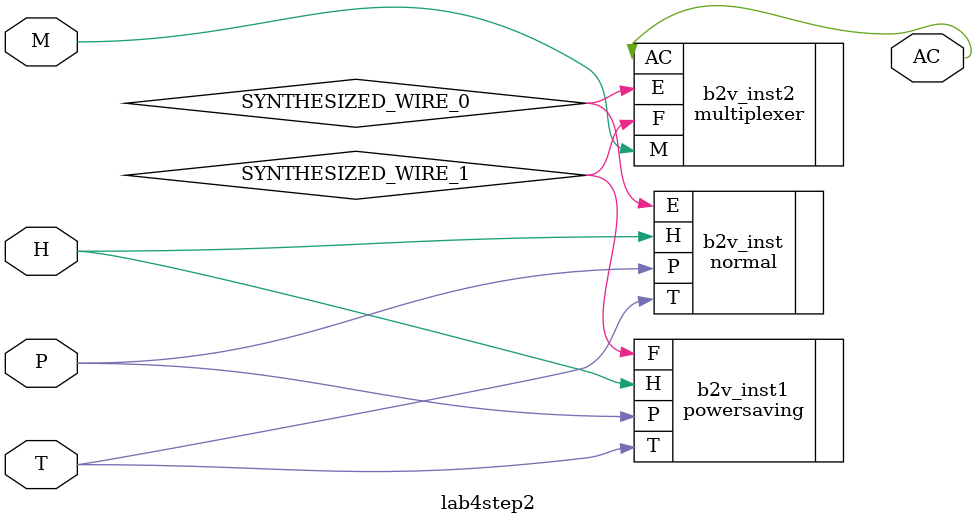
<source format=v>


module lab4step2(
	T,
	H,
	P,
	M,
	AC
);


input wire	T;
input wire	H;
input wire	P;
input wire	M;
output wire	AC;

wire	SYNTHESIZED_WIRE_0;
wire	SYNTHESIZED_WIRE_1;





normal	b2v_inst(
	.T(T),
	.H(H),
	.P(P),
	.E(SYNTHESIZED_WIRE_0));


powersaving	b2v_inst1(
	.T(T),
	.H(H),
	.P(P),
	.F(SYNTHESIZED_WIRE_1));


multiplexer	b2v_inst2(
	.E(SYNTHESIZED_WIRE_0),
	.F(SYNTHESIZED_WIRE_1),
	.M(M),
	.AC(AC));


endmodule

</source>
